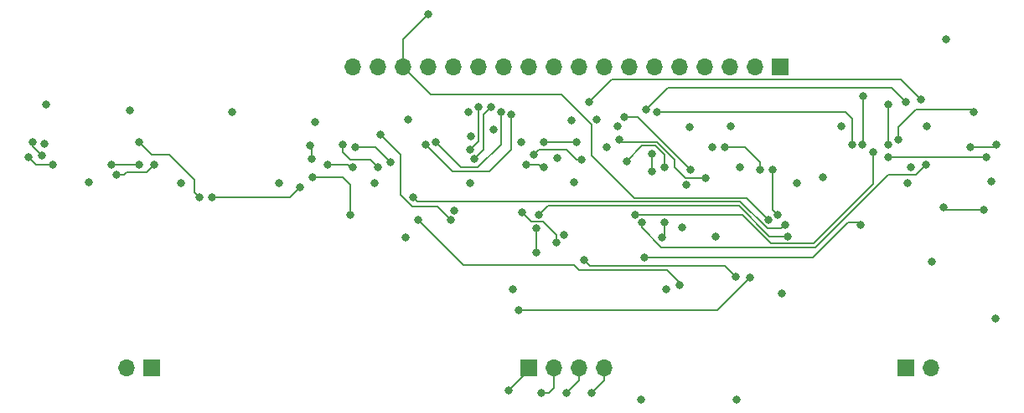
<source format=gbr>
%TF.GenerationSoftware,KiCad,Pcbnew,(5.1.10-1-10_14)*%
%TF.CreationDate,2021-11-22T02:45:21-05:00*%
%TF.ProjectId,control-unit,636f6e74-726f-46c2-9d75-6e69742e6b69,rev?*%
%TF.SameCoordinates,Original*%
%TF.FileFunction,Copper,L4,Bot*%
%TF.FilePolarity,Positive*%
%FSLAX46Y46*%
G04 Gerber Fmt 4.6, Leading zero omitted, Abs format (unit mm)*
G04 Created by KiCad (PCBNEW (5.1.10-1-10_14)) date 2021-11-22 02:45:21*
%MOMM*%
%LPD*%
G01*
G04 APERTURE LIST*
%TA.AperFunction,ComponentPad*%
%ADD10R,1.700000X1.700000*%
%TD*%
%TA.AperFunction,ComponentPad*%
%ADD11O,1.700000X1.700000*%
%TD*%
%TA.AperFunction,ViaPad*%
%ADD12C,0.800000*%
%TD*%
%TA.AperFunction,Conductor*%
%ADD13C,0.200000*%
%TD*%
G04 APERTURE END LIST*
D10*
%TO.P,J4,1*%
%TO.N,VCC*%
X177800000Y-111506000D03*
D11*
%TO.P,J4,2*%
X180340000Y-111506000D03*
%TD*%
%TO.P,J3,2*%
%TO.N,GND*%
X99060000Y-111506000D03*
D10*
%TO.P,J3,1*%
X101600000Y-111506000D03*
%TD*%
D11*
%TO.P,J2,18*%
%TO.N,GND*%
X121920000Y-81026000D03*
%TO.P,J2,17*%
%TO.N,VCC*%
X124460000Y-81026000D03*
%TO.P,J2,16*%
%TO.N,~LOAD_PROGRAM_COUNTER_COND*%
X127000000Y-81026000D03*
%TO.P,J2,15*%
%TO.N,~JO*%
X129540000Y-81026000D03*
%TO.P,J2,14*%
%TO.N,~JNO*%
X132080000Y-81026000D03*
%TO.P,J2,13*%
%TO.N,~JS*%
X134620000Y-81026000D03*
%TO.P,J2,12*%
%TO.N,~JNS*%
X137160000Y-81026000D03*
%TO.P,J2,11*%
%TO.N,~JE_JZ*%
X139700000Y-81026000D03*
%TO.P,J2,10*%
%TO.N,~JNE_JNZ*%
X142240000Y-81026000D03*
%TO.P,J2,9*%
%TO.N,~JB_JNAE_JC*%
X144780000Y-81026000D03*
%TO.P,J2,8*%
%TO.N,~JNB_JAE_JNC*%
X147320000Y-81026000D03*
%TO.P,J2,7*%
%TO.N,~JBE_JNA*%
X149860000Y-81026000D03*
%TO.P,J2,6*%
%TO.N,~JA_JNBE*%
X152400000Y-81026000D03*
%TO.P,J2,5*%
%TO.N,~JL_JNGE*%
X154940000Y-81026000D03*
%TO.P,J2,4*%
%TO.N,~JGE_JNL*%
X157480000Y-81026000D03*
%TO.P,J2,3*%
%TO.N,~JG_JNLE*%
X160020000Y-81026000D03*
%TO.P,J2,2*%
%TO.N,~JLE_JNG*%
X162560000Y-81026000D03*
D10*
%TO.P,J2,1*%
%TO.N,~J*%
X165100000Y-81026000D03*
%TD*%
D11*
%TO.P,J1,4*%
%TO.N,CARRY_FLAG*%
X147320000Y-111506000D03*
%TO.P,J1,3*%
%TO.N,SIGN_FLAG*%
X144780000Y-111506000D03*
%TO.P,J1,2*%
%TO.N,ZERO_FLAG*%
X142240000Y-111506000D03*
D10*
%TO.P,J1,1*%
%TO.N,OVERFLOW_FLAG*%
X139700000Y-111506000D03*
%TD*%
D12*
%TO.N,VCC*%
X90932000Y-84836000D03*
X109728000Y-85598000D03*
X127508000Y-86360000D03*
X158564500Y-98229500D03*
X143256000Y-98044000D03*
X127254000Y-98298000D03*
X180408500Y-100769500D03*
X179900500Y-87053500D03*
X171264500Y-87053500D03*
X160088500Y-87053500D03*
X138938000Y-88646000D03*
X99381178Y-85442843D03*
X118110000Y-86628054D03*
X148658500Y-87053500D03*
%TO.N,GND*%
X95247500Y-92712500D03*
X104579500Y-92778500D03*
X114485500Y-92778500D03*
X124137500Y-92778500D03*
X133789500Y-92778500D03*
X144272000Y-92710000D03*
X166809500Y-92778500D03*
X177985500Y-92778500D03*
X186875500Y-106494500D03*
X138111000Y-103567000D03*
X153605000Y-103567000D03*
X165285500Y-103954500D03*
X155671954Y-92967742D03*
X181864000Y-78232000D03*
X186459968Y-92653630D03*
X160678500Y-114704500D03*
X151026500Y-114704500D03*
%TO.N,Net-(U3-Pad6)*%
X117856000Y-92202000D03*
X121666000Y-96012000D03*
%TO.N,Net-(U7-Pad13)*%
X149352000Y-86106000D03*
X156085250Y-91462022D03*
%TO.N,Net-(U7-Pad12)*%
X152654000Y-85598000D03*
X172402095Y-88899039D03*
%TO.N,Net-(U7-Pad11)*%
X148844000Y-88392000D03*
X157541990Y-92267732D03*
%TO.N,Net-(U7-Pad3)*%
X164338000Y-91440000D03*
X164846000Y-96012000D03*
%TO.N,~LOAD_PROGRAM_COUNTER_COND*%
X163931911Y-96509204D03*
X129540000Y-75692000D03*
%TO.N,CARRY_FLAG*%
X142494000Y-98806000D03*
X125730000Y-90678000D03*
X122174000Y-89154000D03*
X132142231Y-95571305D03*
X139061988Y-95775677D03*
X146050000Y-114046000D03*
%TO.N,SIGN_FLAG*%
X90760987Y-88817013D03*
X143510000Y-114046000D03*
%TO.N,OVERFLOW_FLAG*%
X161036000Y-91186000D03*
X137668000Y-113792000D03*
%TO.N,ZERO_FLAG*%
X140462000Y-99822000D03*
X144042847Y-86488794D03*
X140451636Y-97412011D03*
X140970000Y-114046000D03*
%TO.N,Net-(U1-Pad6)*%
X98044000Y-91948000D03*
X101854000Y-90932000D03*
%TO.N,Net-(U1-Pad4)*%
X97536000Y-90932000D03*
X100330000Y-90932000D03*
%TO.N,Net-(U10-Pad1)*%
X165608000Y-97028000D03*
X128016000Y-94234000D03*
%TO.N,Net-(U3-Pad12)*%
X117620810Y-88995756D03*
X117787541Y-90395768D03*
%TO.N,Net-(U3-Pad4)*%
X119380000Y-90932000D03*
X121920000Y-91186000D03*
%TO.N,Net-(U10-Pad10)*%
X177800000Y-84582000D03*
X151581246Y-85325087D03*
%TO.N,Net-(U11-Pad1)*%
X176022000Y-90170000D03*
X185928000Y-90170000D03*
%TO.N,~JNO*%
X91613324Y-90986641D03*
X89154000Y-90170000D03*
%TO.N,~JO*%
X90554011Y-90014114D03*
X89600010Y-88646000D03*
%TO.N,OR_JNS*%
X100330000Y-88646000D03*
X106426000Y-94234000D03*
%TO.N,Net-(U3-Pad2)*%
X116586000Y-93218000D03*
X107696008Y-94234000D03*
%TO.N,OR_JNB_JAE_JNC*%
X120904000Y-88900000D03*
X124460000Y-91186000D03*
%TO.N,OR_JB_JNAE_JC*%
X131826000Y-96520000D03*
X124714000Y-87884000D03*
%TO.N,~JG_JNLE*%
X137922000Y-85852000D03*
X129286000Y-88900000D03*
%TO.N,Net-(U11-Pad4)*%
X133635708Y-85636041D03*
X145796000Y-84582000D03*
X179324000Y-84328000D03*
%TO.N,~JL_JNGE*%
X136906000Y-85598000D03*
X130302000Y-88646000D03*
%TO.N,Net-(U5-Pad10)*%
X136144000Y-87376000D03*
X146558000Y-86360000D03*
%TO.N,Net-(U5-Pad8)*%
X142604934Y-90307035D03*
X133846370Y-88054855D03*
%TO.N,Net-(U5-Pad6)*%
X139446000Y-90932000D03*
X141224000Y-91186000D03*
%TO.N,Net-(U5-Pad4)*%
X140208000Y-89916000D03*
X145034000Y-90424000D03*
X152147808Y-89868322D03*
X152127907Y-91668345D03*
%TO.N,~JA_JNBE*%
X135890000Y-85090000D03*
X134249609Y-90339979D03*
%TO.N,~JBE_JNA*%
X134620000Y-85090000D03*
X133784206Y-89454867D03*
%TO.N,SF<>OF*%
X141224000Y-88646000D03*
X144526000Y-88646000D03*
X147574000Y-89154000D03*
X155956000Y-87122000D03*
X159512000Y-89154000D03*
X163068000Y-91440000D03*
%TO.N,Net-(U6-Pad6)*%
X149606000Y-90616010D03*
X153418899Y-91188899D03*
%TO.N,Net-(U10-Pad2)*%
X165877832Y-98213979D03*
X140716022Y-96012000D03*
%TO.N,OR_JL_JNGE*%
X158242000Y-89154000D03*
X155195407Y-97283407D03*
%TO.N,OR_JA_JNBE*%
X153416000Y-96774000D03*
X153162000Y-98298000D03*
%TO.N,SF=OF*%
X169418000Y-92202000D03*
X178308000Y-91186000D03*
%TO.N,~JLE_JNG*%
X176022000Y-84836000D03*
X176022000Y-88900000D03*
%TO.N,Net-(U10-Pad9)*%
X177038000Y-88392000D03*
X184658000Y-85598000D03*
%TO.N,Net-(U10-Pad11)*%
X186944000Y-88900000D03*
X184309572Y-89188716D03*
%TO.N,OR_JLE_JNG*%
X151130000Y-96774000D03*
X179832000Y-90932000D03*
%TO.N,OR_JGE_JNL*%
X185674000Y-95504000D03*
X181610000Y-95250000D03*
%TO.N,OR_JG_JNLE*%
X151384000Y-100330000D03*
X173228000Y-97028000D03*
%TO.N,OR_JUMP*%
X174498000Y-89662000D03*
X150454680Y-96036459D03*
%TO.N,~J*%
X173497172Y-84012010D03*
X173401990Y-88914278D03*
%TO.N,Net-(U12-Pad5)*%
X128524000Y-96520000D03*
X154940000Y-103124000D03*
%TO.N,Net-(U12-Pad4)*%
X138684000Y-105664000D03*
X162102010Y-102355135D03*
%TO.N,Net-(U12-Pad2)*%
X145288000Y-100584000D03*
X160593083Y-102296268D03*
%TD*%
D13*
%TO.N,Net-(U3-Pad6)*%
X117856000Y-92202000D02*
X120904000Y-92202000D01*
X120904000Y-92202000D02*
X121666000Y-92964000D01*
X121666000Y-92964000D02*
X121666000Y-95504000D01*
X121666000Y-95504000D02*
X121666000Y-96012000D01*
%TO.N,Net-(U7-Pad13)*%
X150729228Y-86106000D02*
X156085250Y-91462022D01*
X149352000Y-86106000D02*
X150729228Y-86106000D01*
%TO.N,Net-(U7-Pad12)*%
X171704000Y-85598000D02*
X172402095Y-86296095D01*
X152654000Y-85598000D02*
X171704000Y-85598000D01*
X172402095Y-86296095D02*
X172402095Y-88899039D01*
%TO.N,Net-(U7-Pad11)*%
X154432000Y-91186000D02*
X155513732Y-92267732D01*
X155513732Y-92267732D02*
X157541990Y-92267732D01*
X152654000Y-88646000D02*
X154432000Y-90424000D01*
X149098000Y-88646000D02*
X152654000Y-88646000D01*
X154432000Y-90424000D02*
X154432000Y-91186000D01*
X148844000Y-88392000D02*
X149098000Y-88646000D01*
%TO.N,Net-(U7-Pad3)*%
X164338000Y-91440000D02*
X164338000Y-95504000D01*
X164338000Y-95504000D02*
X164846000Y-96012000D01*
%TO.N,~LOAD_PROGRAM_COUNTER_COND*%
X150357067Y-94303967D02*
X161726674Y-94303967D01*
X146050000Y-86868000D02*
X146050000Y-89996900D01*
X127000000Y-81026000D02*
X129794000Y-83820000D01*
X161726674Y-94303967D02*
X163931911Y-96509204D01*
X129794000Y-83820000D02*
X143002000Y-83820000D01*
X146050000Y-89996900D02*
X150357067Y-94303967D01*
X143002000Y-83820000D02*
X146050000Y-86868000D01*
X127000000Y-78232000D02*
X127000000Y-81026000D01*
X129540000Y-75692000D02*
X127000000Y-78232000D01*
%TO.N,CARRY_FLAG*%
X125730000Y-90678000D02*
X124460000Y-89408000D01*
X124460000Y-89408000D02*
X124206000Y-89154000D01*
X124206000Y-89154000D02*
X122174000Y-89154000D01*
X139998312Y-96712001D02*
X139061988Y-95775677D01*
X142494000Y-98806000D02*
X142494000Y-98025743D01*
X141180258Y-96712001D02*
X139998312Y-96712001D01*
X142494000Y-98025743D02*
X141180258Y-96712001D01*
X147320000Y-111506000D02*
X147320000Y-112776000D01*
X147320000Y-112776000D02*
X146050000Y-114046000D01*
%TO.N,SIGN_FLAG*%
X144780000Y-112776000D02*
X144780000Y-111506000D01*
X143510000Y-114046000D02*
X144780000Y-112776000D01*
%TO.N,OVERFLOW_FLAG*%
X139700000Y-111760000D02*
X139700000Y-111506000D01*
X137668000Y-113792000D02*
X139700000Y-111760000D01*
%TO.N,ZERO_FLAG*%
X140462000Y-97422375D02*
X140451636Y-97412011D01*
X140462000Y-99822000D02*
X140462000Y-97422375D01*
X142240000Y-111506000D02*
X142240000Y-113538000D01*
X141732000Y-114046000D02*
X140970000Y-114046000D01*
X142240000Y-113538000D02*
X141732000Y-114046000D01*
%TO.N,Net-(U1-Pad6)*%
X98044000Y-91948000D02*
X98806000Y-91948000D01*
X98806000Y-91948000D02*
X99060000Y-91694000D01*
X99060000Y-91694000D02*
X101092000Y-91694000D01*
X101092000Y-91694000D02*
X101854000Y-90932000D01*
%TO.N,Net-(U1-Pad4)*%
X97536000Y-90932000D02*
X100330000Y-90932000D01*
%TO.N,Net-(U10-Pad1)*%
X163814702Y-97427999D02*
X161090681Y-94703978D01*
X165208001Y-97427999D02*
X163814702Y-97427999D01*
X165608000Y-97028000D02*
X165208001Y-97427999D01*
X128485978Y-94703978D02*
X128016000Y-94234000D01*
X161090681Y-94703978D02*
X128485978Y-94703978D01*
%TO.N,Net-(U3-Pad12)*%
X117787541Y-89162487D02*
X117620810Y-88995756D01*
X117787541Y-90395768D02*
X117787541Y-89162487D01*
%TO.N,Net-(U3-Pad4)*%
X119380000Y-90932000D02*
X121412000Y-90932000D01*
X121412000Y-90932000D02*
X121666000Y-91186000D01*
X121666000Y-91186000D02*
X121920000Y-91186000D01*
%TO.N,Net-(U10-Pad10)*%
X176383989Y-83165989D02*
X153740344Y-83165989D01*
X177800000Y-84582000D02*
X176383989Y-83165989D01*
X153740344Y-83165989D02*
X151581246Y-85325087D01*
%TO.N,Net-(U11-Pad1)*%
X176022000Y-90170000D02*
X185928000Y-90170000D01*
%TO.N,~JNO*%
X89970641Y-90986641D02*
X89154000Y-90170000D01*
X91613324Y-90986641D02*
X89970641Y-90986641D01*
%TO.N,~JO*%
X90554011Y-90014114D02*
X89600010Y-89060113D01*
X89600010Y-89060113D02*
X89600010Y-88646000D01*
%TO.N,OR_JNS*%
X100330000Y-88646000D02*
X101600000Y-89916000D01*
X101600000Y-89916000D02*
X103378000Y-89916000D01*
X103378000Y-89916000D02*
X105918000Y-92456000D01*
X105918000Y-92456000D02*
X105918000Y-93726000D01*
X105918000Y-93726000D02*
X106426000Y-94234000D01*
%TO.N,Net-(U3-Pad2)*%
X116586000Y-93218000D02*
X115570000Y-94234000D01*
X115570000Y-94234000D02*
X107696008Y-94234000D01*
%TO.N,OR_JNB_JAE_JNC*%
X120904000Y-88900000D02*
X120904000Y-89662000D01*
X120904000Y-89662000D02*
X121666000Y-90424000D01*
X121666000Y-90424000D02*
X123698000Y-90424000D01*
X123698000Y-90424000D02*
X124460000Y-91186000D01*
%TO.N,OR_JB_JNAE_JC*%
X126746000Y-94000004D02*
X126746000Y-89916000D01*
X126746000Y-89916000D02*
X124714000Y-87884000D01*
X131826000Y-96520000D02*
X130494002Y-95188002D01*
X127933998Y-95188002D02*
X126746000Y-94000004D01*
X130494002Y-95188002D02*
X127933998Y-95188002D01*
%TO.N,~JG_JNLE*%
X135707933Y-91622067D02*
X132008067Y-91622067D01*
X137922000Y-89408000D02*
X135707933Y-91622067D01*
X132008067Y-91622067D02*
X129286000Y-88900000D01*
X137922000Y-85852000D02*
X137922000Y-89408000D01*
%TO.N,Net-(U11-Pad4)*%
X145796000Y-84582000D02*
X148082000Y-82296000D01*
X148082000Y-82296000D02*
X177292000Y-82296000D01*
X177292000Y-82296000D02*
X179324000Y-84328000D01*
%TO.N,~JL_JNGE*%
X132878056Y-91222056D02*
X130302000Y-88646000D01*
X136906000Y-85598000D02*
X136906000Y-88897175D01*
X134581119Y-91222056D02*
X132878056Y-91222056D01*
X136906000Y-88897175D02*
X134581119Y-91222056D01*
%TO.N,Net-(U5-Pad6)*%
X139446000Y-90932000D02*
X140716000Y-90932000D01*
X140970000Y-91186000D02*
X141224000Y-91186000D01*
X140716000Y-90932000D02*
X140970000Y-91186000D01*
%TO.N,Net-(U5-Pad4)*%
X140208000Y-89916000D02*
X140716000Y-89408000D01*
X140716000Y-89408000D02*
X143510000Y-89408000D01*
X143510000Y-89408000D02*
X144526000Y-90424000D01*
X144526000Y-90424000D02*
X145034000Y-90424000D01*
X152147808Y-91648444D02*
X152127907Y-91668345D01*
X152147808Y-89868322D02*
X152147808Y-91648444D01*
%TO.N,~JA_JNBE*%
X135890000Y-85090000D02*
X135128000Y-85852000D01*
X135128000Y-85852000D02*
X135128000Y-89461588D01*
X135128000Y-89461588D02*
X134249609Y-90339979D01*
%TO.N,~JBE_JNA*%
X134620000Y-85090000D02*
X134620000Y-88619073D01*
X134620000Y-88619073D02*
X133784206Y-89454867D01*
%TO.N,SF<>OF*%
X141224000Y-88646000D02*
X144526000Y-88646000D01*
X159512000Y-89154000D02*
X161544000Y-89154000D01*
X161544000Y-89154000D02*
X163068000Y-90678000D01*
X163068000Y-90678000D02*
X163068000Y-91440000D01*
%TO.N,Net-(U6-Pad6)*%
X152488311Y-89046011D02*
X153418899Y-89976599D01*
X153418899Y-89976599D02*
X153418899Y-91188899D01*
X149606000Y-90616010D02*
X151175999Y-89046011D01*
X151175999Y-89046011D02*
X152488311Y-89046011D01*
%TO.N,Net-(U10-Pad2)*%
X164034982Y-98213979D02*
X160924992Y-95103989D01*
X160924992Y-95103989D02*
X141624033Y-95103989D01*
X165877832Y-98213979D02*
X164034982Y-98213979D01*
X141624033Y-95103989D02*
X140716022Y-96012000D01*
%TO.N,OR_JA_JNBE*%
X153416000Y-96774000D02*
X153416000Y-98044000D01*
X153416000Y-98044000D02*
X153162000Y-98298000D01*
%TO.N,~JLE_JNG*%
X176022000Y-84836000D02*
X176022000Y-88900000D01*
%TO.N,Net-(U10-Pad9)*%
X178816000Y-85344000D02*
X184404000Y-85344000D01*
X184404000Y-85344000D02*
X184658000Y-85598000D01*
X177038000Y-87122000D02*
X178816000Y-85344000D01*
X177038000Y-88392000D02*
X177038000Y-87122000D01*
%TO.N,Net-(U10-Pad11)*%
X186944000Y-88900000D02*
X186655284Y-89188716D01*
X186655284Y-89188716D02*
X184309572Y-89188716D01*
%TO.N,OR_JLE_JNG*%
X153104315Y-99314000D02*
X168656000Y-99314000D01*
X168656000Y-99314000D02*
X176003001Y-91966999D01*
X151130000Y-96774000D02*
X151130000Y-97339685D01*
X151130000Y-97339685D02*
X153104315Y-99314000D01*
X178797001Y-91966999D02*
X179832000Y-90932000D01*
X176003001Y-91966999D02*
X178797001Y-91966999D01*
%TO.N,OR_JGE_JNL*%
X181864000Y-95504000D02*
X181610000Y-95250000D01*
X185674000Y-95504000D02*
X181864000Y-95504000D01*
%TO.N,OR_JG_JNLE*%
X151384000Y-100330000D02*
X168402000Y-100330000D01*
X168402000Y-100330000D02*
X171958000Y-96774000D01*
X171958000Y-96774000D02*
X172974000Y-96774000D01*
X172974000Y-96774000D02*
X173228000Y-97028000D01*
%TO.N,OR_JUMP*%
X168490311Y-98913989D02*
X164169292Y-98913989D01*
X161291762Y-96036459D02*
X151020365Y-96036459D01*
X174498000Y-89662000D02*
X174498000Y-92906300D01*
X164169292Y-98913989D02*
X161291762Y-96036459D01*
X151020365Y-96036459D02*
X150454680Y-96036459D01*
X174498000Y-92906300D02*
X168490311Y-98913989D01*
%TO.N,~J*%
X173497172Y-84012010D02*
X173497172Y-88819096D01*
X173497172Y-88819096D02*
X173401990Y-88914278D01*
%TO.N,Net-(U12-Pad5)*%
X128524000Y-96520000D02*
X133096000Y-101092000D01*
X133096000Y-101092000D02*
X144272000Y-101092000D01*
X144272000Y-101092000D02*
X144780000Y-101600000D01*
X144780000Y-101600000D02*
X153670000Y-101600000D01*
X153670000Y-101600000D02*
X154940000Y-102870000D01*
X154940000Y-102870000D02*
X154940000Y-103124000D01*
%TO.N,Net-(U12-Pad4)*%
X158793145Y-105664000D02*
X162102010Y-102355135D01*
X138684000Y-105664000D02*
X158793145Y-105664000D01*
%TO.N,Net-(U12-Pad2)*%
X145288000Y-100584000D02*
X145903289Y-101199289D01*
X145903289Y-101199289D02*
X159496104Y-101199289D01*
X159496104Y-101199289D02*
X160193084Y-101896269D01*
X160193084Y-101896269D02*
X160593083Y-102296268D01*
%TD*%
M02*

</source>
